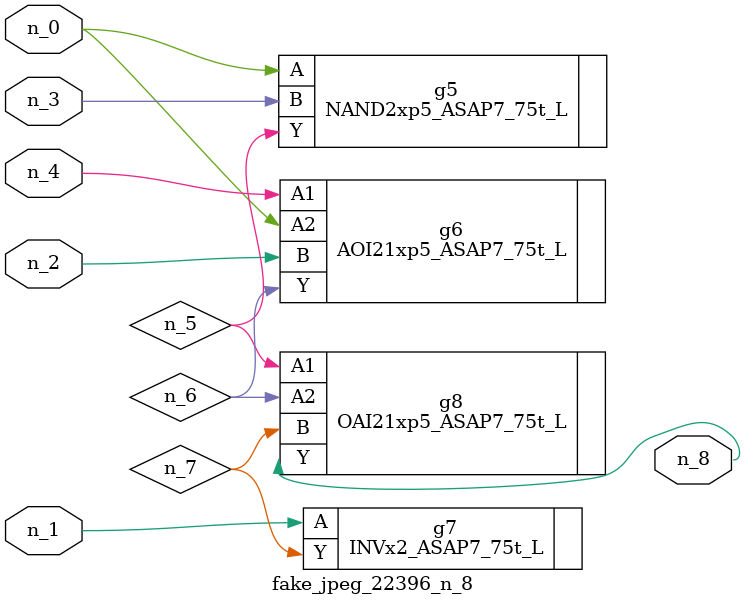
<source format=v>
module fake_jpeg_22396_n_8 (n_3, n_2, n_1, n_0, n_4, n_8);

input n_3;
input n_2;
input n_1;
input n_0;
input n_4;

output n_8;

wire n_6;
wire n_5;
wire n_7;

NAND2xp5_ASAP7_75t_L g5 ( 
.A(n_0),
.B(n_3),
.Y(n_5)
);

AOI21xp5_ASAP7_75t_L g6 ( 
.A1(n_4),
.A2(n_0),
.B(n_2),
.Y(n_6)
);

INVx2_ASAP7_75t_L g7 ( 
.A(n_1),
.Y(n_7)
);

OAI21xp5_ASAP7_75t_L g8 ( 
.A1(n_5),
.A2(n_6),
.B(n_7),
.Y(n_8)
);


endmodule
</source>
